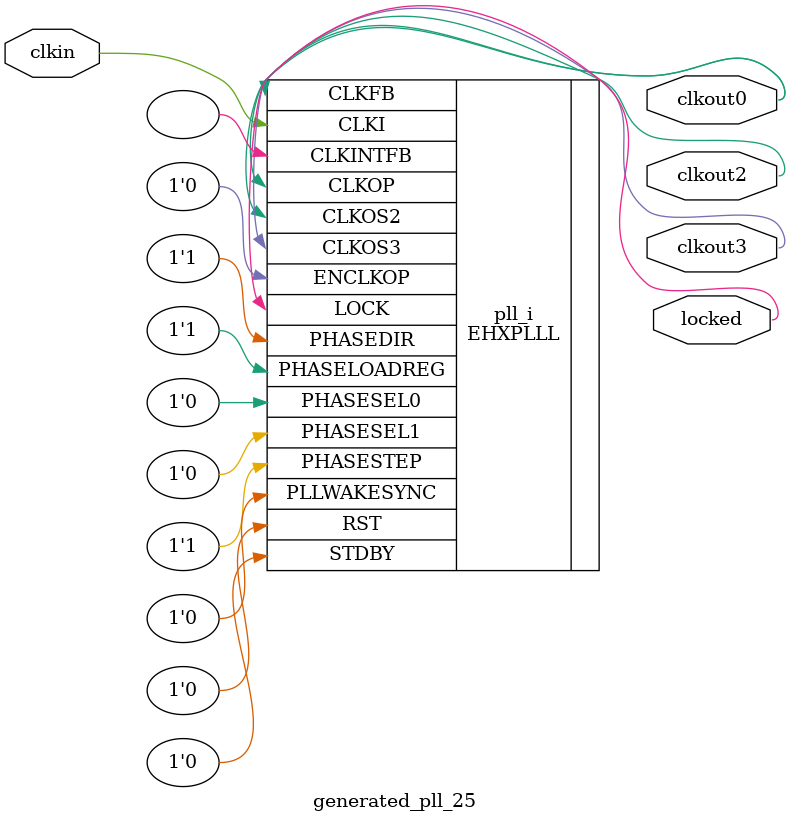
<source format=v>
module generated_pll_25
(
    input clkin, // 25 MHz, 0 deg
    output clkout0, // 125 MHz, 0 deg
    output clkout2, // 25 MHz, 0 deg
    output clkout3, // 12.5 MHz, 0 deg
    output locked
);
(* FREQUENCY_PIN_CLKI="25" *)
(* FREQUENCY_PIN_CLKOP="125" *)
(* FREQUENCY_PIN_CLKOS2="25" *)
(* FREQUENCY_PIN_CLKOS3="12.5" *)
(* ICP_CURRENT="12" *) (* LPF_RESISTOR="8" *) (* MFG_ENABLE_FILTEROPAMP="1" *) (* MFG_GMCREF_SEL="2" *)
EHXPLLL #(
        .PLLRST_ENA("DISABLED"),
        .INTFB_WAKE("DISABLED"),
        .STDBY_ENABLE("DISABLED"),
        .DPHASE_SOURCE("DISABLED"),
        .OUTDIVIDER_MUXA("DIVA"),
        .OUTDIVIDER_MUXB("DIVB"),
        .OUTDIVIDER_MUXC("DIVC"),
        .OUTDIVIDER_MUXD("DIVD"),
        .CLKI_DIV(1),
        .CLKOP_ENABLE("ENABLED"),
        .CLKOP_DIV(5),
        .CLKOP_CPHASE(2),
        .CLKOP_FPHASE(0),
        .CLKOS2_ENABLE("ENABLED"),
        .CLKOS2_DIV(25),
        .CLKOS2_CPHASE(2),
        .CLKOS2_FPHASE(0),
        .CLKOS3_ENABLE("ENABLED"),
        .CLKOS3_DIV(50),
        .CLKOS3_CPHASE(2),
        .CLKOS3_FPHASE(0),
        .FEEDBK_PATH("CLKOP"),
        .CLKFB_DIV(5)
    ) pll_i (
        .RST(1'b0),
        .STDBY(1'b0),
        .CLKI(clkin),
        .CLKOP(clkout0),
        .CLKOS2(clkout2),
        .CLKOS3(clkout3),
        .CLKFB(clkout0),
        .CLKINTFB(),
        .PHASESEL0(1'b0),
        .PHASESEL1(1'b0),
        .PHASEDIR(1'b1),
        .PHASESTEP(1'b1),
        .PHASELOADREG(1'b1),
        .PLLWAKESYNC(1'b0),
        .ENCLKOP(1'b0),
        .LOCK(locked)
	);
endmodule

</source>
